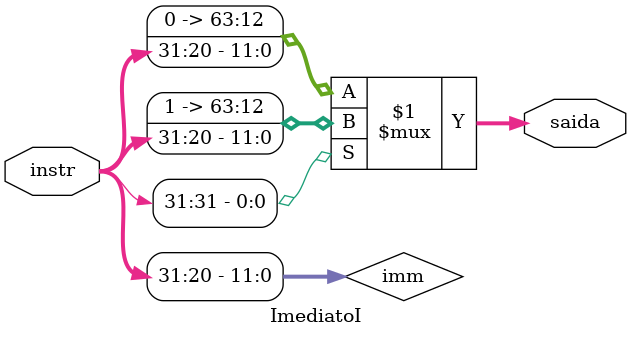
<source format=v>
module ImediatoI #(parameter BITSENTRADA = 32, BITSIMM = 12, BITSSAIDA = 64)
(instr, saida);

input [BITSENTRADA-1:0] instr;
wire [BITSIMM-1:0] imm;
output [BITSSAIDA-1:0] saida;

assign imm = instr[31:20];
assign saida = imm[BITSIMM - 1] ? {~(52'b0), imm} :
                                        {52'b0, imm};

    
endmodule
</source>
